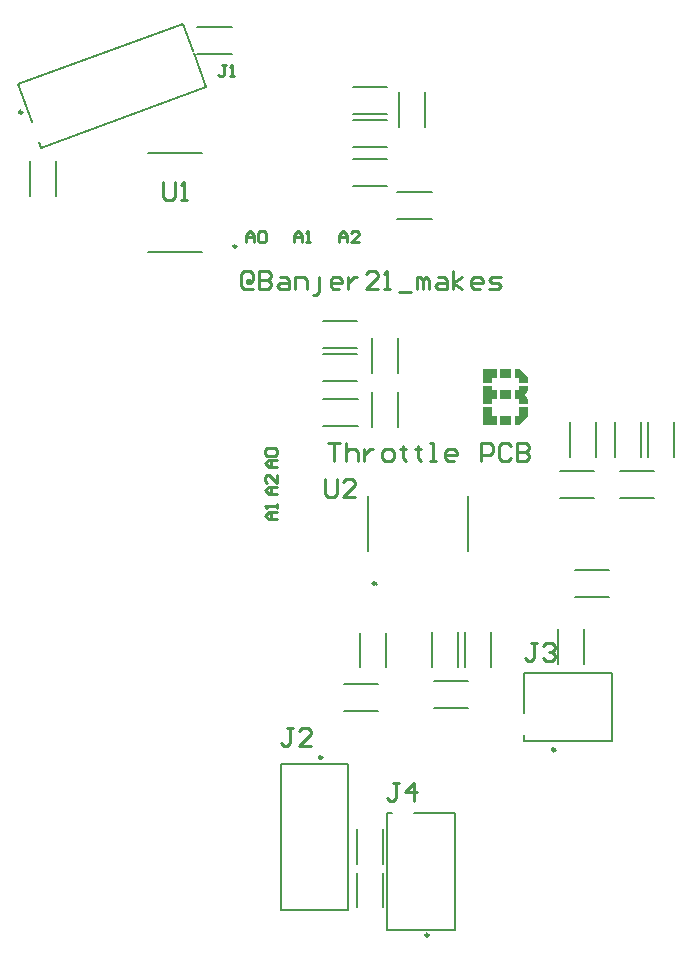
<source format=gbr>
%FSTAX23Y23*%
%MOMM*%
%SFA1B1*%

%IPPOS*%
%ADD31C,0.250000*%
%ADD32C,0.200000*%
%ADD33C,0.253999*%
%LNthrottlerlidpcb_legend_top-1*%
%LPD*%
G36*
X-12418Y22733D02*
X-12418Y21972D01*
X-12419Y21971*
X-12421Y2197*
X-12429*
X-13377Y21971*
X-13379Y21973*
X-13378Y22733*
X-12418Y22733*
G37*
G36*
X-13654D02*
X-13654Y21974D01*
X-13654Y21972*
X-13655Y21971*
X-13657Y2197*
X-14032Y21971*
X-14034Y2197*
X-14035Y21966*
X-14035Y21963*
X-14035Y21591*
X-14037Y21589*
X-1404Y21589*
X-14315Y21589*
X-14315*
X-14798Y2159*
X-14798Y22733*
X-13654Y22733*
G37*
G36*
X-11752D02*
X-11751Y2273D01*
X-1175Y22729*
X-11748Y22727*
X-11747Y22726*
X-11746Y22725*
X-11744Y22723*
X-11743Y22723*
X-11742Y22722*
X-11742Y22721*
X-11739Y22718*
X-11738Y22718*
X-11737Y22717*
X-11737Y22716*
X-11735Y22714*
X-11734Y22713*
X-11733Y22712*
X-11732Y22711*
X-1173Y22709*
X-11729Y22708*
X-11728Y22707*
X-11727Y22706*
X-11725Y22704*
X-11724Y22703*
X-11723Y22702*
X-11722Y22701*
X-1172Y22699*
X-11719Y22699*
X-11718Y22698*
X-11718Y22697*
X-11715Y22694*
X-11714Y22694*
X-11713Y22693*
X-11713Y22692*
X-1171Y22689*
X-11709Y22689*
X-11709Y22688*
X-11708Y22687*
X-11705Y22684*
X-11704Y22684*
X-11704Y22683*
X-11703Y22682*
X-117Y22679*
X-11699Y22679*
X-11698Y22677*
X-11696Y22675*
X-11695Y22674*
X-11694Y22674*
X-11694Y22673*
X-11691Y2267*
X-1169Y22669*
X-11689Y22669*
X-11689Y22668*
X-11686Y22665*
X-11685Y22665*
X-11685Y22664*
X-11684Y22663*
X-11681Y2266*
X-1168Y2266*
X-1168Y22659*
X-11679Y22658*
X-11676Y22655*
X-11675Y22655*
X-11675Y22654*
X-11674Y22653*
X-11672Y22651*
X-11671Y2265*
X-1167Y2265*
X-11669Y22649*
X-11667Y22646*
X-11666Y22645*
X-11665Y22645*
X-11664Y22643*
X-11662Y22641*
X-11661Y22641*
X-1166Y2264*
X-1166Y22639*
X-11657Y22636*
X-11656Y22636*
X-11655Y22635*
X-11655Y22634*
X-11653Y22632*
X-11652Y22631*
X-1165Y2263*
X-1165Y22629*
X-11648Y22627*
X-11647Y22626*
X-11646Y22625*
X-11645Y22624*
X-11643Y22622*
X-11642Y22621*
X-11641Y2262*
X-1164Y22619*
X-11638Y22617*
X-11637Y22617*
X-11636Y22616*
X-11636Y22615*
X-11633Y22612*
X-11632Y22612*
X-11631Y22611*
X-11631Y2261*
X-11629Y22608*
X-11627Y22607*
X-11626Y22606*
X-11626Y22605*
X-11623Y22603*
X-11622Y22602*
X-11622Y22601*
X-11621Y226*
X-11618Y22597*
X-11617Y22597*
X-11616Y22595*
X-11614Y22593*
X-11613Y22592*
X-11612Y22592*
X-11612Y22591*
X-11609Y22588*
X-11608Y22587*
X-11607Y22587*
X-11607Y22586*
X-11604Y22583*
X-11603Y22583*
X-11603Y22582*
X-11602Y22581*
X-11599Y22578*
X-11598Y22578*
X-11598Y22577*
X-11597Y22576*
X-11594Y22573*
X-11593Y22573*
X-11592Y22571*
X-1159Y22569*
X-11589Y22568*
X-11588Y22568*
X-11588Y22567*
X-11585Y22564*
X-11584Y22563*
X-11583Y22563*
X-11583Y22562*
X-1158Y22559*
X-11579Y22559*
X-11578Y22558*
X-11578Y22557*
X-11575Y22554*
X-11574Y22554*
X-11573Y22553*
X-11573Y22552*
X-1157Y22549*
X-11569Y22549*
X-11568Y22548*
X-11568Y22547*
X-11566Y22545*
X-11565Y22544*
X-11564Y22543*
X-11563Y22542*
X-11561Y2254*
X-1156Y22539*
X-11559Y22538*
X-11558Y22537*
X-11556Y22535*
X-11555Y22535*
X-11554Y22534*
X-11554Y22533*
X-11551Y2253*
X-1155Y2253*
X-11549Y22529*
X-11549Y22528*
X-11546Y22525*
X-11545Y22525*
X-11544Y22524*
X-11544Y22523*
X-11542Y22521*
X-1154Y2252*
X-1154Y22519*
X-11539Y22518*
X-11536Y22516*
X-11535Y22515*
X-11535Y22514*
X-11534Y22513*
X-11532Y22511*
X-11531Y22511*
X-1153Y2251*
X-1153Y22509*
X-11527Y22506*
X-11526Y22505*
X-11525Y22505*
X-11525Y22504*
X-11522Y22501*
X-11521Y225*
X-1152Y225*
X-1152Y22499*
X-11517Y22496*
X-11516Y22496*
X-11516Y22495*
X-11515Y22494*
X-11512Y22491*
X-11511Y22491*
X-11511Y2249*
X-1151Y22489*
X-11507Y22486*
X-11506Y22486*
X-11505Y22484*
X-11503Y22482*
X-11502Y22481*
X-11501Y22481*
X-11501Y2248*
X-11498Y22477*
X-11497Y22476*
X-11496Y22476*
X-11495Y22475*
X-11493Y22472*
X-11492Y22472*
X-11491Y22471*
X-11491Y2247*
X-11488Y22467*
X-11487Y22467*
X-11486Y22466*
X-11486Y22465*
X-11484Y22463*
X-11483Y22462*
X-11482Y22461*
X-11481Y2246*
X-11479Y22458*
X-11478Y22457*
X-11477Y22456*
X-11476Y22455*
X-11474Y22453*
X-11473Y22452*
X-11472Y22451*
X-11471Y2245*
X-11469Y22448*
X-11468Y22448*
X-11467Y22447*
X-11467Y22446*
X-11464Y22443*
X-11463Y22443*
X-11462Y22441*
X-1146Y22439*
X-11459Y22438*
X-11458Y22437*
X-11457Y22436*
X-11455Y22434*
X-11454Y22433*
X-11453Y22432*
X-11452Y22431*
X-1145Y22429*
X-11449Y22429*
X-11448Y22427*
X-11447Y22426*
X-11445Y22424*
X-11444Y22424*
X-11443Y22423*
X-11443Y22422*
X-1144Y22419*
X-11439Y22418*
X-11438Y22418*
X-11438Y22417*
X-11435Y22414*
X-11434Y22414*
X-11434Y22413*
X-11433Y22412*
X-1143Y22409*
X-11429Y22409*
X-11429Y22408*
X-11428Y22407*
X-11425Y22404*
X-11424Y22404*
X-11423Y22402*
X-11421Y224*
X-1142Y22399*
X-11419Y22399*
X-11419Y22398*
X-11416Y22395*
X-11415Y22394*
X-11414Y22394*
X-11414Y22393*
X-11411Y2239*
X-1141Y2239*
X-1141Y22389*
X-11409Y22388*
X-11406Y22385*
X-11405Y22385*
X-11404Y22384*
X-11404Y22383*
X-11402Y22381*
X-11401Y2238*
X-114Y22379*
X-11399Y22379*
X-11397Y22376*
X-11396Y22375*
X-11395Y22374*
X-11394Y22373*
X-11392Y22371*
X-11391Y2237*
X-1139Y22369*
X-11389Y22368*
X-11387Y22366*
X-11386Y22365*
X-11384Y22363*
X-11382Y22361*
X-11381Y22361*
X-1138Y2236*
X-1138Y22359*
X-11377Y22356*
X-11376Y22356*
X-11375Y22355*
X-11375Y22354*
X-11373Y22352*
X-11372Y22351*
X-11371Y2235*
X-1137Y22349*
X-11368Y22347*
X-11367Y22346*
X-11366Y22345*
X-11365Y22344*
X-11363Y22342*
X-11362Y22342*
X-11361Y22341*
X-11361Y2234*
X-11358Y22337*
X-11357Y22337*
X-11356Y22336*
X-11356Y22335*
X-11353Y22332*
X-11352Y22331*
X-11351Y2233*
X-11348Y22327*
X-11347Y22327*
X-11347Y22326*
X-11346Y22325*
X-11343Y22322*
X-11342Y22322*
X-11342Y22321*
X-11341Y2232*
X-11338Y22317*
X-11337Y22317*
X-11336Y22315*
X-11334Y22313*
X-11333Y22312*
X-11332Y22312*
X-11332Y22311*
X-11329Y22308*
X-11328Y22308*
X-11327Y22307*
X-11327Y22306*
X-11324Y22303*
X-11323Y22303*
X-11323Y22302*
X-11322Y22301*
X-11319Y22298*
X-11318Y22298*
X-11317Y22297*
X-11317Y22296*
X-11314Y22293*
X-11313Y22293*
X-11312Y22291*
X-1131Y22289*
X-11309Y22288*
X-11308Y22287*
X-11307Y22286*
X-11305Y22284*
X-11304Y22283*
X-11303Y22282*
X-11302Y22281*
X-113Y22279*
X-11299Y22279*
X-11298Y22278*
X-11298Y22277*
X-11295Y22274*
X-11294Y22274*
X-11293Y22273*
X-11293Y22272*
X-11291Y2227*
X-1129Y22269*
X-11289Y22268*
X-11288Y22267*
X-11286Y22265*
X-11285Y22264*
X-11284Y22263*
X-11283Y22262*
X-11281Y2226*
X-1128Y22259*
X-11279Y22258*
X-11278Y22257*
X-11276Y22255*
X-11275Y22255*
X-11274Y22254*
X-11274Y22253*
X-11271Y2225*
X-1127Y2225*
X-11269Y22248*
X-11266Y22245*
X-11265Y22245*
X-11265Y22244*
X-11264Y22243*
X-11261Y2224*
X-1126Y2224*
X-1126Y22239*
X-11259Y22238*
X-11256Y22235*
X-11255Y22235*
X-11255Y22234*
X-11254Y22233*
X-11252Y22231*
X-11251Y2223*
X-1125Y2223*
X-1125Y22229*
X-11247Y22226*
X-11246Y22225*
X-11245Y22224*
X-11242Y22221*
X-11241Y22221*
X-11241Y2222*
X-1124Y22219*
X-11237Y22216*
X-11236Y22216*
X-11236Y22215*
X-11235Y22214*
X-11232Y22211*
X-11231Y22211*
X-1123Y22209*
X-11228Y22207*
X-11227Y22206*
X-11226Y22206*
X-11225Y22205*
X-11223Y22202*
X-11222Y22201*
X-11221Y222*
X-1122Y22199*
X-11218Y22197*
X-11217Y22197*
X-11216Y22196*
X-11216Y22195*
X-11213Y22192*
X-11212Y22192*
X-11211Y22191*
X-11211Y2219*
X-11208Y22187*
X-11207Y22187*
X-11206Y22185*
X-11204Y22183*
X-11203Y22182*
X-11202Y22181*
X-11201Y2218*
X-11199Y22178*
X-11198Y22177*
X-11197Y22176*
X-11196Y22175*
X-11194Y22173*
X-11193Y22172*
X-11191Y2217*
X-11189Y22168*
X-11188Y22168*
X-11187Y22167*
X-11187Y22166*
X-11184Y22163*
X-11183Y22163*
X-11182Y22162*
X-11182Y22161*
X-11179Y22158*
X-11178Y22158*
X-11178Y22157*
X-11177Y22156*
X-11174Y22153*
X-11173Y22153*
X-11173Y22152*
X-11172Y22151*
X-1117Y22149*
X-11169Y22148*
X-11168Y22148*
X-11168Y22147*
X-11165Y22144*
X-11164Y22143*
X-11163Y22143*
X-11163Y22142*
X-1116Y22139*
X-11159Y22138*
X-11158Y22137*
X-11155Y22134*
X-11154Y22134*
X-11154Y22133*
X-11153Y22132*
X-1115Y22129*
X-11149Y22129*
X-11149Y22128*
X-11148Y22127*
X-11145Y22124*
X-11144Y22124*
X-11143Y22122*
X-11141Y2212*
X-1114Y22119*
X-11139Y22119*
X-11138Y22118*
X-11136Y22115*
X-11135Y22114*
X-11134Y22113*
X-11133Y22112*
X-11131Y2211*
X-1113Y2211*
X-11129Y22109*
X-11129Y22108*
X-11126Y22105*
X-11125Y22105*
X-11124Y22104*
X-11124Y22103*
X-11122Y22101*
X-11121Y221*
X-1112Y22099*
X-11119Y22098*
X-11117Y22096*
X-11116Y22095*
X-11115Y22094*
X-11114Y22093*
X-11112Y22091*
X-11111Y2209*
X-1111Y22089*
X-11109Y22088*
X-11107Y22086*
X-11106Y22086*
X-11105Y22085*
X-11105Y22084*
X-11102Y22081*
X-11101Y22081*
X-111Y2208*
X-111Y22079*
X-11097Y22077*
X-11096Y22076*
X-11096Y22075*
X-11095Y22074*
X-11092Y22071*
X-11091Y22071*
X-11091Y2207*
X-1109Y22069*
X-11088Y22067*
X-11087Y22066*
X-11086Y22065*
X-11085Y22064*
X-11083Y22062*
X-11082Y22061*
X-11081Y22061*
X-11081Y2206*
X-11078Y22057*
X-11077Y22056*
X-11076Y22056*
X-11076Y22055*
X-11073Y22052*
X-11072Y22052*
X-11072Y22051*
X-11071Y2205*
X-11068Y22047*
X-11067Y22047*
X-11067Y22046*
X-11066Y22045*
X-11064Y22043*
X-11063Y22042*
X-11062Y22041*
X-11061Y2204*
X-11059Y22038*
X-11058Y22037*
X-11057Y22037*
X-11057Y22036*
X-11054Y22033*
X-11053Y22032*
X-11052Y22032*
X-11051Y22031*
X-11049Y22028*
X-11048Y22028*
X-11047Y22027*
X-11047Y22026*
X-11044Y22023*
X-11043Y22023*
X-11042Y22022*
X-11042Y22021*
X-11039Y22018*
X-11038Y22018*
X-11037Y22017*
X-11037Y22016*
X-11035Y22014*
X-11034Y22013*
X-11033Y22012*
X-11032Y22011*
X-1103Y22009*
X-11029Y22008*
X-11028Y22007*
X-11027Y22006*
X-11025Y22004*
X-11024Y22004*
X-11023Y22003*
X-11023Y22002*
X-1102Y21999*
X-11019Y21999*
X-11018Y21998*
X-11018Y21997*
X-11016Y21995*
X-11015Y21994*
X-11013Y21993*
X-11013Y21992*
X-11011Y2199*
X-11009Y21989*
X-11009Y21988*
X-11008Y21987*
X-11006Y21985*
X-11005Y21984*
X-11004Y21983*
X-11003Y21982*
X-11002Y2198*
X-11Y2198*
X-10999Y2198*
Y21836*
Y21836*
X-10999Y21589*
X-11757Y21589*
X-1176Y2159*
X-11762Y21591*
X-11761Y21967*
X-11762Y2197*
X-11766Y21971*
X-11769Y2197*
X-12141Y21971*
X-12143Y21972*
X-12143Y21976*
X-12143Y21978*
X-12142Y22733*
X-11752Y22733*
G37*
G36*
X-10999Y21309D02*
X-10999Y20918D01*
X-11002Y20918*
X-11003Y20917*
X-11005Y20914*
X-11005Y20913*
X-11006Y20913*
X-11008Y20911*
X-11009Y2091*
X-1101Y20909*
X-11011Y20908*
X-11013Y20907*
X-11013Y20905*
X-11014Y209*
X-11015Y20899*
X-11017Y20898*
X-11018Y20897*
X-11018Y20896*
X-11021Y20894*
X-11022Y20893*
X-11022Y20893*
X-11023Y20892*
X-11025Y20889*
X-11026Y20889*
X-11027Y20888*
X-11028Y20886*
X-11027Y20882*
X-1103Y2088*
X-11031Y20879*
X-11032Y20877*
X-11033Y20876*
X-11035Y20875*
X-11036Y20874*
X-11037Y20872*
X-11038Y20871*
X-11039Y2087*
X-1104Y2087*
X-11042Y20868*
X-11042Y20862*
X-11044Y20861*
X-11046Y20859*
X-11048Y20856*
X-11049Y20856*
X-11051Y20854*
X-11051Y20853*
X-11052Y20852*
X-11053Y20851*
X-11056Y2085*
X-11057Y20849*
X-11057Y20842*
X-1106Y2084*
X-11062Y20839*
X-11062Y20838*
X-11064Y20836*
X-11065Y20835*
X-11066Y20834*
X-11067Y20833*
X-11068Y20831*
X-11069Y20831*
X-11071Y20829*
X-11072Y20823*
X-11073Y20822*
X-11074Y20821*
X-11076Y20819*
X-11077Y20818*
X-11077Y20817*
X-11078Y20817*
X-11081Y20814*
X-11082Y20813*
X-11082Y20812*
X-11083Y20812*
X-11085Y20811*
X-11086Y20809*
X-11085Y20805*
X-11086Y20804*
X-11087Y20803*
X-11089Y20801*
X-1109Y20801*
X-11091Y208*
X-11093Y20797*
X-11094Y20797*
X-11095Y20796*
X-11095Y20795*
X-11097Y20793*
X-11098Y20792*
X-111Y20791*
X-111Y20789*
X-111Y20786*
X-11102Y20783*
X-11103Y20783*
X-11105Y20781*
X-11105Y2078*
X-11107Y20779*
X-11108Y20778*
X-1111Y20776*
X-1111Y20775*
X-11112Y20774*
X-11113Y20773*
X-11114Y20772*
X-11115Y20765*
X-11116Y20764*
X-11119Y20763*
X-11121Y2076*
X-11122Y20759*
X-11124Y20756*
X-11125Y20755*
X-11126Y20755*
X-11128Y20753*
X-11129Y20752*
X-11129Y20746*
X-1113Y20745*
X-11133Y20743*
X-11134Y20742*
X-11134Y20741*
X-11136Y20739*
X-11137Y20739*
X-11138Y20738*
X-11139Y20737*
X-11141Y20735*
X-11142Y20734*
X-11143Y20734*
X-11143Y20732*
X-11144Y20727*
X-11145Y20725*
X-11146Y20725*
X-11148Y20724*
X-11148Y20723*
X-1115Y2072*
X-11151Y2072*
X-11153Y20719*
X-11153Y20718*
X-11155Y20716*
X-11156Y20715*
X-11158Y20714*
X-11158Y20712*
X-11159Y20707*
X-11159Y20706*
X-11162Y20705*
X-11163Y20704*
X-11163Y20703*
X-11165Y20701*
X-11166Y207*
X-11167Y20699*
X-11168Y20698*
X-1117Y20696*
X-11171Y20696*
X-11173Y20694*
X-11172Y20689*
X-11174Y20687*
X-11174Y20687*
X-11175Y20686*
X-11178Y20684*
X-11178Y20683*
X-11179Y20682*
X-1118Y20681*
X-11182Y20679*
X-11183Y20678*
X-11184Y20677*
X-11185Y20677*
X-11187Y20675*
X-11187Y20669*
X-11189Y20668*
X-11189Y20667*
X-11191Y20666*
X-11192Y20665*
X-11193Y20663*
X-11194Y20662*
X-11196Y20661*
X-11197Y2066*
X-11198Y20658*
X-11201Y20656*
X-11201Y20656*
X-11202Y20649*
X-11203Y20648*
X-11205Y20647*
X-11206Y20646*
X-11207Y20645*
X-11209Y20643*
X-1121Y20642*
X-11211Y20641*
X-11211Y2064*
X-11213Y20638*
X-11214Y20638*
X-11216Y20636*
X-11216Y2063*
X-11218Y20629*
X-11219Y20628*
X-11221Y20626*
X-11221Y20625*
X-11222Y20624*
X-11223Y20624*
X-11224Y20623*
X-11225Y20622*
X-11225Y20622*
X-11227Y20619*
X-11228Y20619*
X-1123Y20617*
X-1123Y20615*
X-1123Y20612*
X-11231Y2061*
X-11232Y2061*
X-11234Y20608*
X-11235Y20607*
X-11236Y20606*
X-11238Y20604*
X-11239Y20603*
X-11241Y206*
X-11244Y20599*
X-11245Y20597*
X-11245Y20593*
X-11246Y20591*
X-11247Y2059*
X-11248Y2059*
X-1125Y20588*
X-1125Y20587*
X-11252Y20585*
X-11253Y20585*
X-11255Y20583*
X-11255Y20582*
X-11256Y20581*
X-11257Y2058*
X-11259Y20579*
X-11259Y20576*
X-11259Y20573*
X-11261Y20571*
X-11262Y2057*
X-11264Y20569*
X-11264Y20568*
X-11265Y20566*
X-11266Y20566*
X-11268Y20565*
X-11269Y20564*
X-1127Y20563*
X-1127Y20562*
X-11271Y20561*
X-11274Y20559*
X-11274Y20553*
X-11275Y20552*
X-11278Y2055*
X-11279Y20549*
X-11277Y20546*
X-11274Y20545*
X-11274Y20543*
X-11273Y20538*
X-1127Y20536*
X-11269Y20535*
X-11269Y20534*
X-11266Y20532*
X-11265Y20531*
X-11264Y2053*
X-11264Y20529*
X-11263Y20528*
X-11262Y20527*
X-1126Y20525*
X-11259Y20523*
X-1126Y2052*
X-11257Y20518*
X-11256Y20517*
X-11254Y20515*
X-11254Y20514*
X-11252Y20513*
X-11251Y20512*
X-1125Y2051*
X-11249Y20509*
X-11248Y20508*
X-11247Y20508*
X-11245Y20506*
X-11245Y20504*
X-11245Y20502*
X-11245Y205*
X-11243Y20499*
X-11241Y20497*
X-1124Y20495*
X-11239Y20494*
X-11238Y20494*
X-11236Y20492*
X-11235Y20491*
X-11234Y20489*
X-11233Y20488*
X-1123Y20487*
X-1123Y2048*
X-11229Y20479*
X-11227Y20478*
X-11225Y20477*
X-11225Y20476*
X-11224Y20474*
X-11223Y20474*
X-1122Y20472*
X-1122Y20471*
X-11219Y20469*
X-11218Y20469*
X-11216Y20468*
X-11216Y20466*
X-11215Y20461*
X-11214Y2046*
X-11213Y20459*
X-11211Y20458*
X-11211Y20457*
X-1121Y20455*
X-11209Y20455*
X-11208Y20454*
X-11207Y20454*
X-11206Y20453*
X-11205Y2045*
X-11204Y2045*
X-11202Y20449*
X-11201Y20447*
X-11201Y20441*
X-112Y20441*
X-11198Y20439*
X-11197Y20438*
X-11196Y20437*
X-11194Y20435*
X-11193Y20435*
X-11192Y20433*
X-11191Y20432*
X-11189Y20431*
X-11189Y2043*
X-11187Y20429*
X-11187Y20427*
X-11187Y20424*
X-11186Y20422*
X-11185Y20421*
X-11184Y20421*
X-11182Y20418*
X-11181Y20417*
X-1118Y20417*
X-11179Y20416*
X-11177Y20414*
X-11177Y20413*
X-11175Y20412*
X-11174Y20411*
X-11173Y2041*
X-11172Y20407*
X-11173Y20406*
X-11172Y20403*
X-11171Y20402*
X-11168Y20401*
X-11168Y204*
X-11167Y20399*
X-11165Y20396*
X-11164Y20396*
X-11161Y20392*
X-11159Y20391*
X-11158Y2039*
X-11158Y20384*
X-11155Y20382*
X-11153Y2038*
X-11153Y20379*
X-11151Y20377*
X-1115Y20377*
X-11149Y20376*
X-11148Y20375*
X-11146Y20372*
X-11145Y20372*
X-11143Y20371*
X-11143Y20365*
X-11142Y20363*
X-11139Y20362*
X-11137Y20359*
X-11136Y20358*
X-11135Y20357*
X-11134Y20357*
X-11134Y20356*
X-11132Y20354*
X-11131Y20353*
X-11129Y20351*
X-11128Y20345*
X-11128Y20344*
X-11125Y20343*
X-11124Y20342*
X-11124Y20341*
X-11122Y20339*
X-11121Y20338*
X-11119Y20337*
X-11119Y20336*
X-11117Y20334*
X-11116Y20334*
X-11114Y20332*
X-11115Y20327*
X-11113Y20325*
X-11113Y20325*
X-11112Y20324*
X-11109Y20322*
X-11109Y20321*
X-11108Y2032*
X-11107Y2032*
X-11105Y20317*
X-11104Y20316*
X-11103Y20315*
X-11102Y20314*
X-111Y20313*
X-111Y20311*
X-111Y20309*
X-111Y20307*
X-11098Y20305*
X-11096Y20304*
X-11095Y20303*
X-11095Y20302*
X-11094Y20301*
X-11093Y203*
X-11091Y20299*
X-1109Y20298*
X-11089Y20296*
X-11086Y20294*
X-11086Y20294*
X-11085Y20287*
X-11084Y20286*
X-11082Y20285*
X-11081Y20284*
X-1108Y20283*
X-11078Y20281*
X-11076Y2028*
X-11076Y20277*
X-11076Y20275*
X-11076Y20273*
X-11074Y20272*
X-11073Y20271*
X-11072Y2027*
X-11071Y20269*
X-1107Y20267*
X-11069Y20267*
X-11068Y20266*
X-11067Y20265*
X-11067Y20264*
X-11066Y20263*
X-11065Y20262*
X-11062Y2026*
X-11061Y20258*
X-11062Y20256*
X-11061Y20253*
X-1106Y20253*
X-11058Y20251*
X-11057Y2025*
X-11056Y20249*
X-11054Y20247*
X-11053Y20247*
X-11052Y20245*
X-11051Y20244*
X-11049Y20242*
X-11048Y20242*
X-11047Y2024*
X-11046Y20234*
X-11045Y20233*
X-11044Y20232*
X-11042Y2023*
X-11041Y20229*
X-1104Y20228*
X-11039Y20228*
X-11037Y20225*
X-11036Y20224*
X-11035Y20223*
X-11033Y20222*
X-11032Y2022*
X-11032Y20215*
X-11031Y20214*
X-11029Y20212*
X-11028Y20212*
X-11027Y20211*
X-11027Y20209*
X-11026Y20209*
X-11023Y20207*
X-11023Y20206*
X-11022Y20205*
X-11022Y20204*
X-11021Y20204*
X-11018Y20202*
X-11018Y202*
X-11017Y20196*
X-11016Y20194*
X-11015Y20194*
X-11013Y20192*
X-11013Y20191*
X-11011Y20189*
X-1101Y20189*
X-11008Y20187*
X-11008Y20186*
X-11006Y20184*
X-11005Y20184*
X-11004Y20183*
X-11003Y2018*
X-11004Y20177*
X-11002Y20175*
X-11Y20175*
X-10999Y20174*
X-10999Y19784*
X-11759Y19784*
X-11761Y19785*
X-11762Y19786*
X-11761Y20162*
X-11762Y20164*
X-11763Y20165*
X-12141Y20166*
X-12143Y20167*
X-12143Y2017*
X-12143Y20574*
Y20574*
X-12143Y2093*
X-12142Y20932*
X-12139Y20933*
X-12131Y20933*
X-11763Y20933*
X-11762Y20934*
X-11761Y20937*
X-11762Y20941*
X-11761Y21308*
X-1176Y21309*
X-11756Y21309*
X-10999Y21309*
G37*
G36*
X-13371Y20933D02*
X-12421Y20933D01*
X-12419Y20932*
X-12418Y20931*
X-12418Y20929*
X-12418Y20166*
X-12419Y20166*
X-12421Y20165*
X-13377Y20166*
X-13378Y20166*
X-13379Y20168*
Y20502*
Y20503*
X-13378Y20931*
X-13377Y20933*
X-13373Y20933*
X-13371Y20933*
G37*
G36*
X-14036Y21309D02*
X-14035Y21307D01*
X-14035Y20937*
X-14035Y20935*
X-14034Y20933*
X-14032Y20933*
X-13656Y20933*
X-13654Y20932*
X-13654Y2093*
X-13654Y20928*
X-13654Y20171*
X-13653Y20169*
X-13654Y20167*
X-13654Y20166*
X-13656Y20165*
X-14034Y20165*
X-14035Y20163*
X-14035Y2016*
X-14035Y20158*
X-14035Y19785*
X-14037Y19784*
X-14039Y19783*
X-14047Y19784*
X-14798Y19784*
Y20773*
Y20773*
X-14798Y21309*
X-14039Y21309*
X-14036Y21309*
G37*
G36*
X-14037Y19508D02*
X-14035Y19507D01*
X-14035Y18749*
X-14034Y18747*
X-14032Y18746*
X-14025Y18746*
X-13662Y18746*
X-13656Y18746*
X-13654Y18744*
X-13653Y18741*
X-13654Y18739*
X-13654Y17983*
X-14174*
X-14798Y17984*
X-14798Y19508*
X-1405Y19509*
X-14043Y19508*
X-14041Y19509*
X-14037Y19508*
G37*
G36*
X-11747D02*
X-10999Y19508D01*
X-10999Y18737*
X-11002Y18736*
X-11003Y18735*
X-11003Y18734*
X-11005Y18732*
X-11006Y18731*
X-11009Y18729*
X-11009Y18728*
X-1101Y18727*
X-11011Y18726*
X-11013Y18724*
X-11014Y18723*
X-11015Y18722*
X-11016Y18721*
X-11018Y18719*
X-11019Y18718*
X-1102Y18717*
X-11021Y18717*
X-11023Y18714*
X-11024Y18713*
X-11025Y18712*
X-11026Y18712*
X-11028Y1871*
X-11028Y18709*
X-11029Y18708*
X-1103Y18707*
X-11033Y18705*
X-11033Y18704*
X-11034Y18703*
X-11035Y18702*
X-11037Y187*
X-11038Y18699*
X-11039Y18698*
X-1104Y18697*
X-11042Y18695*
X-11043Y18694*
X-11044Y18693*
X-11045Y18693*
X-11047Y1869*
X-11048Y18689*
X-11049Y18688*
X-1105Y18688*
X-11052Y18685*
X-11052Y18685*
X-11053Y18684*
X-11054Y18683*
X-11057Y1868*
X-11058Y18679*
X-11058Y18679*
X-11059Y18678*
X-11062Y18676*
X-11062Y18675*
X-11063Y18674*
X-11064Y18673*
X-11067Y18671*
X-11067Y1867*
X-11068Y18669*
X-11069Y18669*
X-11072Y18666*
X-11072Y18665*
X-11073Y18664*
X-11074Y18664*
X-11076Y18661*
X-11077Y1866*
X-11077Y1866*
X-11078Y18659*
X-11081Y18656*
X-11082Y18655*
X-11082Y18655*
X-11083Y18654*
X-11086Y18652*
X-11086Y18651*
X-11087Y1865*
X-11088Y18649*
X-11091Y18647*
X-11091Y18646*
X-11092Y18645*
X-11093Y18645*
X-11096Y18642*
X-11096Y18641*
X-11097Y1864*
X-11098Y18639*
X-111Y18637*
X-11101Y18636*
X-11102Y18635*
X-11103Y18635*
X-11105Y18632*
X-11106Y18631*
X-11107Y1863*
X-11108Y1863*
X-1111Y18628*
X-1111Y18627*
X-11112Y18625*
X-11113Y18625*
X-11115Y18623*
X-11115Y18622*
X-11116Y18621*
X-11117Y1862*
X-1112Y18618*
X-1112Y18617*
X-11121Y18616*
X-11122Y18615*
X-11124Y18613*
X-11125Y18612*
X-11126Y18611*
X-11127Y18611*
X-11129Y18608*
X-1113Y18607*
X-11131Y18606*
X-11132Y18606*
X-11134Y18604*
X-11134Y18603*
X-11136Y18601*
X-11137Y18601*
X-11139Y18598*
X-11139Y18598*
X-1114Y18597*
X-11141Y18596*
X-11144Y18593*
X-11145Y18592*
X-11145Y18592*
X-11146Y18591*
X-11149Y18589*
X-11149Y18588*
X-1115Y18587*
X-11151Y18586*
X-11154Y18584*
X-11154Y18583*
X-11155Y18582*
X-11156Y18582*
X-11159Y18579*
X-11159Y18578*
X-11162Y18575*
X-11163Y18574*
X-11164Y18573*
X-11164Y18573*
X-11165Y18572*
X-11168Y18569*
X-11169Y18568*
X-11169Y18568*
X-1117Y18567*
X-11173Y18565*
X-11173Y18564*
X-11174Y18563*
X-11175Y18562*
X-11178Y1856*
X-11178Y18559*
X-11179Y18558*
X-1118Y18558*
X-11182Y18555*
X-11183Y18554*
X-11183Y18553*
X-11184Y18553*
X-11187Y1855*
X-11188Y18549*
X-11189Y18548*
X-11189Y18548*
X-11192Y18545*
X-11193Y18544*
X-11194Y18543*
X-11195Y18543*
X-11197Y18541*
X-11197Y1854*
X-11198Y18539*
X-11199Y18538*
X-11202Y18536*
X-11202Y18535*
X-11203Y18534*
X-11204Y18533*
X-11207Y18531*
X-11207Y1853*
X-11208Y18529*
X-11209Y18528*
X-11211Y18526*
X-11212Y18525*
X-11213Y18524*
X-11214Y18524*
X-11216Y18521*
X-11217Y1852*
X-11218Y18519*
X-11219Y18519*
X-11221Y18517*
X-11221Y18516*
X-11222Y18515*
X-11223Y18514*
X-11226Y18512*
X-11226Y18511*
X-11227Y1851*
X-11228Y18509*
X-11231Y18506*
X-11232Y18505*
X-11233Y18504*
X-11236Y18502*
X-11236Y18501*
X-11237Y185*
X-11238Y185*
X-11241Y18497*
X-11241Y18496*
X-11242Y18495*
X-11243Y18495*
X-11246Y18492*
X-11246Y18491*
X-11247Y1849*
X-11248Y1849*
X-1125Y18487*
X-11251Y18486*
X-11251Y18486*
X-11252Y18485*
X-11255Y18483*
X-11255Y18482*
X-11256Y18481*
X-11257Y1848*
X-1126Y18478*
X-1126Y18477*
X-11261Y18476*
X-11262Y18476*
X-11265Y18473*
X-11265Y18472*
X-11266Y18471*
X-11267Y18471*
X-1127Y18468*
X-1127Y18467*
X-11273Y18464*
X-11274Y18463*
X-11275Y18462*
X-11275Y18461*
X-11277Y18461*
X-11279Y18459*
X-11279Y18458*
X-11281Y18456*
X-11282Y18456*
X-11284Y18454*
X-11284Y18453*
X-11285Y18452*
X-11286Y18451*
X-11289Y18449*
X-11289Y18448*
X-1129Y18447*
X-11291Y18446*
X-11293Y18444*
X-11294Y18443*
X-11295Y18442*
X-11296Y18441*
X-11298Y18439*
X-11299Y18438*
X-113Y18437*
X-11301Y18437*
X-11303Y18435*
X-11303Y18434*
X-11305Y18432*
X-11306Y18432*
X-11308Y1843*
X-11308Y18429*
X-11309Y18428*
X-1131Y18427*
X-11313Y18425*
X-11313Y18424*
X-11314Y18423*
X-11315Y18422*
X-11317Y1842*
X-11318Y18419*
X-11319Y18418*
X-1132Y18417*
X-11323Y18415*
X-11323Y18414*
X-11324Y18413*
X-11325Y18413*
X-11327Y1841*
X-11328Y18409*
X-11329Y18408*
X-1133Y18408*
X-11332Y18405*
X-11333Y18404*
X-11333Y18404*
X-11334Y18403*
X-11337Y184*
X-11338Y18399*
X-11341Y18397*
X-11342Y18396*
X-11342Y18395*
X-11343Y18394*
X-11344Y18393*
X-11347Y18391*
X-11347Y1839*
X-11348Y18389*
X-11349Y18389*
X-11352Y18386*
X-11352Y18385*
X-11353Y18384*
X-11354Y18384*
X-11356Y18381*
X-11357Y1838*
X-11357Y18379*
X-11358Y18379*
X-11361Y18376*
X-11362Y18375*
X-11362Y18374*
X-11363Y18374*
X-11366Y18372*
X-11366Y18371*
X-11368Y18369*
X-11369Y18369*
X-11371Y18367*
X-11371Y18366*
X-11372Y18365*
X-11373Y18364*
X-11375Y18362*
X-11376Y18361*
X-11377Y1836*
X-11378Y1836*
X-1138Y18357*
X-11381Y18356*
X-11382Y18355*
X-11383Y18355*
X-11385Y18352*
X-11386Y18351*
X-11387Y1835*
X-11388Y1835*
X-1139Y18348*
X-1139Y18347*
X-11391Y18346*
X-11392Y18345*
X-11395Y18343*
X-11395Y18342*
X-11396Y18341*
X-11397Y1834*
X-114Y18338*
X-114Y18337*
X-11401Y18336*
X-11402Y18335*
X-11404Y18333*
X-11405Y18332*
X-11406Y18331*
X-11407Y18331*
X-1141Y18328*
X-1141Y18327*
X-11411Y18326*
X-11412Y18326*
X-11414Y18323*
X-11415Y18322*
X-11415Y18322*
X-11416Y18321*
X-11419Y18318*
X-1142Y18317*
X-1142Y18317*
X-11421Y18316*
X-11424Y18313*
X-11425Y18312*
X-11425Y18312*
X-11426Y18311*
X-11429Y18309*
X-11429Y18308*
X-1143Y18307*
X-11431Y18307*
X-11434Y18304*
X-11434Y18303*
X-11435Y18302*
X-11436Y18302*
X-11438Y18299*
X-11439Y18298*
X-11439Y18298*
X-1144Y18297*
X-11443Y18294*
X-11444Y18293*
X-11444Y18293*
X-11445Y18292*
X-11448Y1829*
X-11448Y18289*
X-11449Y18288*
X-11451Y18287*
X-11453Y18285*
X-11453Y18284*
X-11454Y18283*
X-11455Y18282*
X-11458Y1828*
X-11458Y18279*
X-11459Y18278*
X-1146Y18277*
X-11463Y18275*
X-11463Y18274*
X-11465Y18272*
X-11467Y1827*
X-11468Y18269*
X-11469Y18268*
X-1147Y18268*
X-11472Y18266*
X-11472Y18265*
X-11474Y18263*
X-11475Y18263*
X-11477Y18261*
X-11477Y1826*
X-11478Y18259*
X-11479Y18258*
X-11482Y18256*
X-11482Y18255*
X-11483Y18254*
X-11484Y18253*
X-11486Y18251*
X-11487Y1825*
X-11488Y18249*
X-11489Y18249*
X-11491Y18246*
X-11492Y18245*
X-11493Y18244*
X-11494Y18244*
X-11496Y18241*
X-11497Y1824*
X-11498Y18239*
X-11499Y18239*
X-11501Y18236*
X-11502Y18235*
X-11502Y18235*
X-11503Y18234*
X-11506Y18231*
X-11507Y1823*
X-11507Y1823*
X-11508Y18229*
X-11511Y18227*
X-11511Y18226*
X-11512Y18225*
X-11513Y18225*
X-11516Y18222*
X-11516Y18221*
X-11517Y1822*
X-11518Y1822*
X-1152Y18217*
X-11521Y18216*
X-11522Y18215*
X-11523Y18215*
X-11525Y18212*
X-11526Y18211*
X-11526Y18211*
X-11527Y1821*
X-1153Y18207*
X-11531Y18206*
X-11531Y18206*
X-11532Y18205*
X-11535Y18203*
X-11535Y18202*
X-11536Y18201*
X-11537Y18201*
X-1154Y18198*
X-1154Y18197*
X-11541Y18196*
X-11542Y18195*
X-11544Y18193*
X-11545Y18192*
X-11546Y18191*
X-11547Y18191*
X-11549Y18188*
X-1155Y18187*
X-11551Y18186*
X-11552Y18186*
X-11554Y18183*
X-11555Y18182*
X-11556Y18181*
X-11557Y18181*
X-11559Y18179*
X-11559Y18178*
X-1156Y18177*
X-11561Y18176*
X-11564Y18174*
X-11564Y18173*
X-11565Y18172*
X-11566Y18171*
X-11568Y18169*
X-11569Y18168*
X-1157Y18167*
X-11571Y18167*
X-11573Y18164*
X-11574Y18163*
X-11575Y18162*
X-11576Y18162*
X-11578Y18159*
X-11579Y18158*
X-11581Y18157*
X-11583Y18154*
X-11584Y18153*
X-11584Y18153*
X-11585Y18152*
X-11588Y18149*
X-11589Y18148*
X-11589Y18148*
X-1159Y18147*
X-11593Y18144*
X-11594Y18143*
X-11594Y18143*
X-11595Y18142*
X-11598Y1814*
X-11598Y18139*
X-11599Y18138*
X-116Y18138*
X-11603Y18135*
X-11603Y18134*
X-11604Y18133*
X-11605Y18133*
X-11607Y1813*
X-11608Y18129*
X-11608Y18129*
X-11609Y18128*
X-11612Y18125*
X-11613Y18124*
X-11613Y18124*
X-11614Y18123*
X-11617Y1812*
X-11618Y18119*
X-11619Y18118*
X-11622Y18116*
X-11622Y18115*
X-11623Y18114*
X-11624Y18114*
X-11626Y18111*
X-11627Y1811*
X-11628Y18109*
X-11629Y18108*
X-11631Y18106*
X-11632Y18105*
X-11633Y18104*
X-11634Y18104*
X-11636Y18101*
X-11637Y181*
X-11638Y18099*
X-11639Y18099*
X-11641Y18097*
X-11641Y18096*
X-11643Y18094*
X-11644Y18094*
X-11646Y18092*
X-11646Y18091*
X-11647Y1809*
X-11648Y18089*
X-1165Y18087*
X-11651Y18086*
X-11652Y18085*
X-11653Y18084*
X-11655Y18082*
X-11656Y18081*
X-11657Y1808*
X-11658Y1808*
X-1166Y18077*
X-11661Y18076*
X-11662Y18075*
X-11663Y18075*
X-11665Y18073*
X-11665Y18071*
X-11667Y1807*
X-11668Y1807*
X-1167Y18067*
X-1167Y18066*
X-11671Y18066*
X-11672Y18065*
X-11675Y18063*
X-11675Y18062*
X-11676Y18061*
X-11677Y1806*
X-1168Y18058*
X-1168Y18057*
X-11681Y18056*
X-11682Y18056*
X-11685Y18053*
X-11685Y18052*
X-11686Y18051*
X-11687Y18051*
X-11689Y18048*
X-1169Y18047*
X-11691Y18046*
X-11692Y18046*
X-11694Y18043*
X-11695Y18042*
X-11695Y18042*
X-11696Y18041*
X-11699Y18038*
X-117Y18037*
X-11701Y18036*
X-11704Y18034*
X-11704Y18033*
X-11705Y18032*
X-11706Y18032*
X-11709Y18029*
X-11709Y18028*
X-1171Y18027*
X-11711Y18027*
X-11713Y18024*
X-11714Y18023*
X-11715Y18022*
X-11716Y18021*
X-11718Y18019*
X-11719Y18018*
X-1172Y18017*
X-11721Y18017*
X-11723Y18015*
X-11723Y18014*
X-11724Y18013*
X-11725Y18012*
X-11728Y1801*
X-11728Y18009*
X-11729Y18008*
X-1173Y18007*
X-11733Y18005*
X-11733Y18004*
X-11734Y18003*
X-11735Y18002*
X-11737Y18*
X-11737Y18*
X-11738Y17999*
X-11739Y17998*
X-1174Y17997*
X-11742Y17995*
X-11743Y17994*
X-11744Y17993*
X-11745Y17993*
X-11747Y17991*
X-11747Y1799*
X-11749Y17988*
X-11751Y17987*
X-11752Y17985*
X-11752Y17983*
X-12143Y17984*
X-12143Y18743*
X-12142Y18745*
X-12141Y18746*
X-12139Y18746*
X-11765Y18746*
X-11762Y18747*
X-11761Y1875*
X-11762Y18754*
X-11761Y19507*
X-1176Y19508*
X-11758Y19509*
X-11747Y19508*
G37*
G36*
X-12418Y18745D02*
X-12418Y18743D01*
X-12418Y17983*
X-13379Y17984*
Y1819*
Y18191*
X-13378Y18744*
X-13376Y18746*
X-12426Y18746*
X-1242Y18746*
X-12418Y18745*
G37*
G54D31*
X-35693Y33129D02*
D01*
D01*
G75*
G03X-35943I-00124J0D01*
G74*G01*
D01*
G75*
G03X-35693I00124J0D01*
G74*G01*
X-53847Y44476D02*
D01*
D01*
G75*
G03X-54097I-00124J0D01*
G74*G01*
D01*
G75*
G03X-53847I00125J0D01*
G74*G01*
X-23894Y04576D02*
D01*
D01*
G75*
G03X-24144I-00125J0D01*
G74*G01*
D01*
G75*
G03X-23894I00124J0D01*
G74*G01*
X-19432Y-25196D02*
D01*
D01*
G75*
G03X-19682I-00124J0D01*
G74*G01*
D01*
G75*
G03X-19432I00125J0D01*
G74*G01*
X-08719Y-09491D02*
D01*
D01*
G75*
G03X-08969I-00124J0D01*
G74*G01*
D01*
G75*
G03X-08719I00125J0D01*
G74*G01*
X-28432Y-10153D02*
D01*
D01*
G75*
G03X-28682I-00124J0D01*
G74*G01*
D01*
G75*
G03X-28432I00124J0D01*
G74*G01*
G54D32*
X-25842Y438D02*
X-22925D01*
X-18984Y-05954D02*
X-16067D01*
X-25842Y41543D02*
X-22925D01*
X-18984Y-03697D02*
X-16067D01*
X-26604Y-03951D02*
X-23687D01*
X-14111Y-02474D02*
Y00442D01*
X-16368Y-02474D02*
Y00442D01*
X-25842Y38241D02*
X-22925D01*
X-26604Y-06208D02*
X-23687D01*
X-25842Y40498D02*
X-22925D01*
X-31957Y-10703D02*
X-26207D01*
X-31957Y-23103D02*
Y-10703D01*
X-22075Y35447D02*
X-19159D01*
X-25512Y-22837D02*
Y-19921D01*
X-22075Y37704D02*
X-19159D01*
X-26207Y-23103D02*
Y-10703D01*
X-25842Y46594D02*
X-22925D01*
X-25842Y44337D02*
X-22925D01*
X-39006Y51674D02*
X-3609D01*
X-31957Y-23103D02*
X-26207D01*
X-39006Y49417D02*
X-3609D01*
X-17207Y-24721D02*
Y-14821D01*
X-22957Y-24721D02*
X-17207D01*
X-20632Y-14821D02*
X-17207D01*
X-22957D02*
X-22482D01*
X-23001Y-02517D02*
Y00398D01*
X-08316Y11825D02*
X-05399D01*
X-25258Y-02517D02*
Y00398D01*
X-22957Y-24721D02*
Y-14821D01*
X-39292Y49463D02*
X-38243Y46582D01*
X-4021Y51985D02*
X-3936Y49649D01*
X-54212Y46889D02*
X-4021Y51985D01*
X-24519Y07326D02*
Y11976D01*
X-16119Y07326D02*
Y11976D01*
X-52407Y41932D02*
X-52245Y41486D01*
X-43218Y41029D02*
X-38568D01*
X-43218Y32629D02*
X-38568D01*
X-54212Y46889D02*
X-5304Y43671D01*
X-52245Y41486D02*
X-38243Y46582D01*
X-08316Y14082D02*
X-05399D01*
X-19162Y-02474D02*
Y00442D01*
X01382Y15305D02*
Y18222D01*
X-00874Y15305D02*
Y18222D01*
X-03236Y14082D02*
X-00319D01*
X-03236Y11825D02*
X-00319D01*
X-01411Y15305D02*
Y18222D01*
X-07478Y15305D02*
Y18222D01*
X-16905Y-02474D02*
Y00442D01*
X-03668Y15305D02*
Y18222D01*
X-05221Y15305D02*
Y18222D01*
X-23255Y-22837D02*
Y-19921D01*
X-24242Y22417D02*
Y25334D01*
X-21985Y22417D02*
Y25334D01*
X-23255Y-1915D02*
Y-16234D01*
X-25512Y-1915D02*
Y-16234D01*
X-07046Y057D02*
X-04129D01*
X-07046Y03443D02*
X-04129D01*
X-28382Y21731D02*
X-25465D01*
X-28382Y23988D02*
X-25465D01*
X-21956Y43245D02*
Y46162D01*
X-19699Y43245D02*
Y46162D01*
X-28338Y17921D02*
X-25422D01*
X-28338Y20178D02*
X-25422D01*
X-11319Y-08716D02*
Y-08241D01*
Y-06391D02*
Y-02966D01*
X-03919Y-08716D02*
Y-02966D01*
X-11319D02*
X-03919D01*
X-11319Y-08716D02*
X-03919D01*
X-24242Y17845D02*
Y20762D01*
X-21985Y17845D02*
Y20762D01*
X-08494Y-0222D02*
Y00696D01*
X-06237Y-0222D02*
Y00696D01*
X-50941Y37403D02*
Y4032D01*
X-53198Y37403D02*
Y4032D01*
X-28382Y24525D02*
X-25465D01*
X-28382Y26782D02*
X-25465D01*
G54D33*
X-34581Y30009D02*
Y30263D01*
X-34835*
Y30009*
X-34581*
X-34327Y30263*
Y3077*
X-34581Y31024*
X-35089*
X-35343Y3077*
Y29755*
X-35089Y29501*
X-34327*
X-33819Y31024D02*
Y29501D01*
X-33058*
X-32804Y29755*
Y30009*
X-33058Y30263*
X-33819*
X-33058*
X-32804Y30517*
Y3077*
X-33058Y31024*
X-33819*
X-32042Y30517D02*
X-31534D01*
X-3128Y30263*
Y29501*
X-32042*
X-32296Y29755*
X-32042Y30009*
X-3128*
X-30772Y29501D02*
Y30517D01*
X-30011*
X-29757Y30263*
Y29501*
X-29249Y28993D02*
X-28995D01*
X-28741Y29247*
Y30517*
X-26964Y29501D02*
X-27472D01*
X-27725Y29755*
Y30263*
X-27472Y30517*
X-26964*
X-2671Y30263*
Y30009*
X-27725*
X-26202Y30517D02*
Y29501D01*
Y30009*
X-25948Y30263*
X-25694Y30517*
X-2544*
X-23663Y29501D02*
X-24678D01*
X-23663Y30517*
Y3077*
X-23917Y31024*
X-24425*
X-24678Y3077*
X-23155Y29501D02*
X-22647D01*
X-22901*
Y31024*
X-23155Y3077*
X-21885Y29247D02*
X-2087D01*
X-20362Y29501D02*
Y30517D01*
X-20108*
X-19854Y30263*
Y29501*
Y30263*
X-196Y30517*
X-19346Y30263*
Y29501*
X-18584Y30517D02*
X-18077D01*
X-17823Y30263*
Y29501*
X-18584*
X-18838Y29755*
X-18584Y30009*
X-17823*
X-17315Y29501D02*
Y31024D01*
Y30009D02*
X-16553Y30517D01*
X-17315Y30009D02*
X-16553Y29501D01*
X-1503D02*
X-15537D01*
X-15791Y29755*
Y30263*
X-15537Y30517*
X-1503*
X-14776Y30263*
Y30009*
X-15791*
X-14268Y29501D02*
X-13506D01*
X-13252Y29755*
X-13506Y30009*
X-14014*
X-14268Y30263*
X-14014Y30517*
X-13252*
X-2794Y16509D02*
X-26924D01*
X-27432*
Y14986*
X-26416Y16509D02*
Y14986D01*
Y15747*
X-26162Y16001*
X-25654*
X-254Y15747*
Y14986*
X-24892Y16001D02*
Y14986D01*
Y15493*
X-24639Y15747*
X-24385Y16001*
X-24131*
X-23115Y14986D02*
X-22607D01*
X-22353Y15239*
Y15747*
X-22607Y16001*
X-23115*
X-23369Y15747*
Y15239*
X-23115Y14986*
X-21592Y16255D02*
Y16001D01*
X-21845*
X-21338*
X-21592*
Y15239*
X-21338Y14986*
X-20322Y16255D02*
Y16001D01*
X-20576*
X-20068*
X-20322*
Y15239*
X-20068Y14986*
X-19306D02*
X-18798D01*
X-19052*
Y16509*
X-19306*
X-17275Y14986D02*
X-17783D01*
X-18037Y15239*
Y15747*
X-17783Y16001*
X-17275*
X-17021Y15747*
Y15493*
X-18037*
X-1499Y14986D02*
Y16509D01*
X-14228*
X-13974Y16255*
Y15747*
X-14228Y15493*
X-1499*
X-12451Y16255D02*
X-12704Y16509D01*
X-13212*
X-13466Y16255*
Y15239*
X-13212Y14986*
X-12704*
X-12451Y15239*
X-11943Y16509D02*
Y14986D01*
X-11181*
X-10927Y15239*
Y15493*
X-11181Y15747*
X-11943*
X-11181*
X-10927Y16001*
Y16255*
X-11181Y16509*
X-11943*
X-32266Y14406D02*
X-32932D01*
X-33265Y1474*
X-32932Y15073*
X-32266*
X-32766*
Y14406*
X-33099Y15406D02*
X-33265Y15573D01*
Y15906*
X-33099Y16073*
X-32432*
X-32266Y15906*
Y15573*
X-32432Y15406*
X-33099*
X-32266Y10001D02*
X-32932D01*
X-33265Y10334*
X-32932Y10668*
X-32266*
X-32766*
Y10001*
X-32266Y11001D02*
Y11334D01*
Y11167*
X-33265*
X-33099Y11001*
X-32266Y1212D02*
X-32932D01*
X-33265Y12454*
X-32932Y12787*
X-32266*
X-32766*
Y1212*
X-32266Y13787D02*
Y1312D01*
X-32932Y13787*
X-33099*
X-33265Y1362*
Y13287*
X-33099Y1312*
X-34894Y33449D02*
Y34115D01*
X-34561Y34448*
X-34227Y34115*
Y33449*
Y33948*
X-34894*
X-33894Y34282D02*
X-33728Y34448D01*
X-33394*
X-33228Y34282*
Y33615*
X-33394Y33449*
X-33728*
X-33894Y33615*
Y34282*
X-3083Y33449D02*
Y34115D01*
X-30497Y34448*
X-30163Y34115*
Y33449*
Y33948*
X-3083*
X-2983Y33449D02*
X-29497D01*
X-29664*
Y34448*
X-2983Y34282*
X-2702Y33449D02*
Y34115D01*
X-26687Y34448*
X-26353Y34115*
Y33449*
Y33948*
X-2702*
X-25354Y33449D02*
X-2602D01*
X-25354Y34115*
Y34282*
X-2552Y34448*
X-25854*
X-2602Y34282*
X-21889Y-12347D02*
X-22397D01*
X-22143*
Y-13617*
X-22397Y-13871*
X-22651*
X-22905Y-13617*
X-2062Y-13871D02*
Y-12347D01*
X-21382Y-13109*
X-20366*
X-28193Y13461D02*
Y12192D01*
X-27939Y11938*
X-27431*
X-27177Y12192*
Y13461*
X-25654Y11938D02*
X-2667D01*
X-25654Y12953*
Y13207*
X-25908Y13461*
X-26416*
X-2667Y13207*
X-41909Y38607D02*
Y37338D01*
X-41655Y37084*
X-41147*
X-40894Y37338*
Y38607*
X-40386Y37084D02*
X-39878D01*
X-40132*
Y38607*
X-40386Y38353*
X-10256Y-00485D02*
X-10764D01*
X-1051*
Y-01755*
X-10764Y-02009*
X-11018*
X-11272Y-01755*
X-09748Y-00739D02*
X-09495Y-00485D01*
X-08987*
X-08733Y-00739*
Y-00993*
X-08987Y-01247*
X-09241*
X-08987*
X-08733Y-01501*
Y-01755*
X-08987Y-02009*
X-09495*
X-09748Y-01755*
X-30881Y-07623D02*
X-31389D01*
X-31135*
Y-08892*
X-31389Y-09146*
X-31643*
X-31897Y-08892*
X-29358Y-09146D02*
X-30373D01*
X-29358Y-08131*
Y-07877*
X-29611Y-07623*
X-30119*
X-30373Y-07877*
X-36576Y48505D02*
X-36909D01*
X-36742*
Y47672*
X-36909Y47506*
X-37075*
X-37242Y47672*
X-36242Y47506D02*
X-35909D01*
X-36076*
Y48505*
X-36242Y48339*
M02*
</source>
